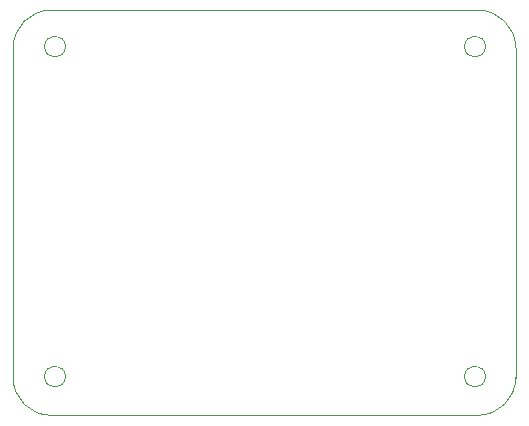
<source format=gm1>
G04 #@! TF.GenerationSoftware,KiCad,Pcbnew,(5.1.6)-1*
G04 #@! TF.CreationDate,2021-04-25T23:48:20-07:00*
G04 #@! TF.ProjectId,scum3c-devboard,7363756d-3363-42d6-9465-76626f617264,rev?*
G04 #@! TF.SameCoordinates,Original*
G04 #@! TF.FileFunction,Profile,NP*
%FSLAX46Y46*%
G04 Gerber Fmt 4.6, Leading zero omitted, Abs format (unit mm)*
G04 Created by KiCad (PCBNEW (5.1.6)-1) date 2021-04-25 23:48:20*
%MOMM*%
%LPD*%
G01*
G04 APERTURE LIST*
G04 #@! TA.AperFunction,Profile*
%ADD10C,0.100000*%
G04 #@! TD*
G04 APERTURE END LIST*
D10*
X109474000Y-77470000D02*
G75*
G03*
X109474000Y-77470000I-889000J0D01*
G01*
X109474000Y-105410000D02*
G75*
G03*
X109474000Y-105410000I-889000J0D01*
G01*
X145034000Y-105410000D02*
G75*
G03*
X145034000Y-105410000I-889000J0D01*
G01*
X145034000Y-77470000D02*
G75*
G03*
X145034000Y-77470000I-889000J0D01*
G01*
X108225000Y-108685000D02*
G75*
G02*
X105050000Y-105510000I0J3175000D01*
G01*
X105050000Y-77570000D02*
G75*
G02*
X108225000Y-74395000I3175000J0D01*
G01*
X144420000Y-74395000D02*
G75*
G02*
X147595000Y-77570000I0J-3175000D01*
G01*
X147595000Y-105510000D02*
G75*
G02*
X144420000Y-108685000I-3175000J0D01*
G01*
X105050000Y-77570000D02*
X105050000Y-105510000D01*
X144420000Y-74395000D02*
X108225000Y-74395000D01*
X147595000Y-105510000D02*
X147595000Y-77570000D01*
X108225000Y-108685000D02*
X144420000Y-108685000D01*
M02*

</source>
